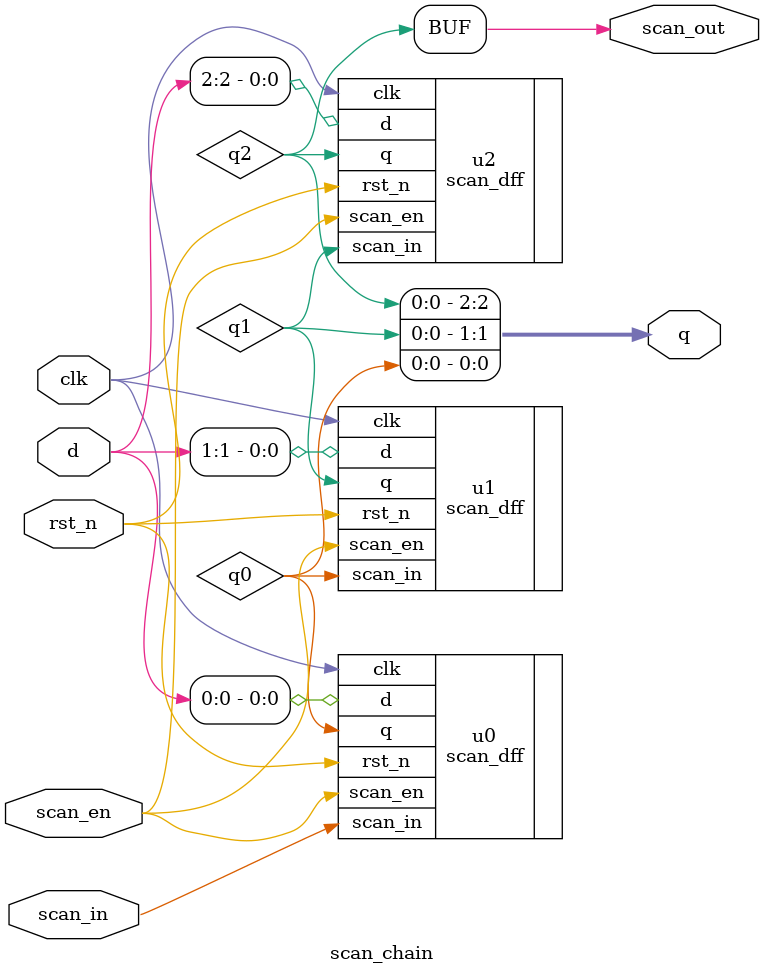
<source format=v>
`timescale 1ns/1ps
module scan_chain(
	input wire clk,
	input wire rst_n,
	input wire scan_en,
	input wire scan_in,
	input wire [2:0] d, //正常模式的資料輸入
	output wire [2:0] q, //資料輸出
	output wire scan_out //新增Scan Chain出口
);

//內部連接用wire
wire q0,q1,q2;
//三顆Scan DFF串聯
scan_dff u0(
	.clk(clk),
	.rst_n(rst_n),
	.scan_en(scan_en),
	.d(d[0]),
	.scan_in(scan_in),
	.q(q0)
);

scan_dff u1(
	.clk(clk),
	.rst_n(rst_n),
	.scan_en(scan_en),
	.d(d[1]),
	.scan_in(q0), //由上一顆q0接進來
	.q(q1)
);

scan_dff u2(
	.clk(clk),
	.rst_n(rst_n),
	.scan_en(scan_en),
	.d(d[2]),
	.scan_in(q1), //由上一顆q1接進來
	.q(q2)
);

//最後的輸出(整理成q[2:0])
assign q[0]=q0;
assign q[1]=q1;
assign q[2]=q2;
assign scan_out = q2;
endmodule
</source>
